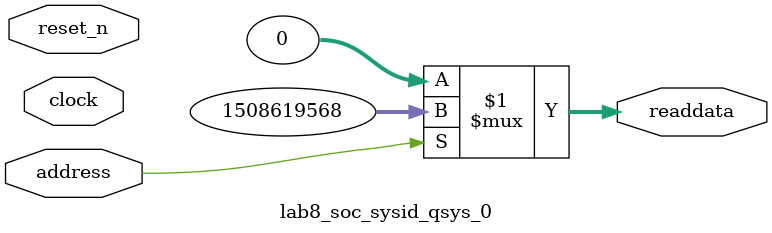
<source format=v>

`timescale 1ns / 1ps
// synthesis translate_on

// turn off superfluous verilog processor warnings 
// altera message_level Level1 
// altera message_off 10034 10035 10036 10037 10230 10240 10030 

module lab8_soc_sysid_qsys_0 (
               // inputs:
                address,
                clock,
                reset_n,

               // outputs:
                readdata
             )
;

  output  [ 31: 0] readdata;
  input            address;
  input            clock;
  input            reset_n;

  wire    [ 31: 0] readdata;
  //control_slave, which is an e_avalon_slave
  assign readdata = address ? 1508619568 : 0;

endmodule




</source>
